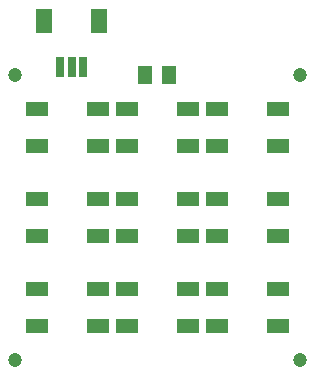
<source format=gbr>
G04 EAGLE Gerber RS-274X export*
G75*
%MOMM*%
%FSLAX34Y34*%
%LPD*%
%INSoldermask Top*%
%IPPOS*%
%AMOC8*
5,1,8,0,0,1.08239X$1,22.5*%
G01*
%ADD10C,1.203200*%
%ADD11R,1.854200X1.203200*%
%ADD12R,1.303200X1.603200*%
%ADD13R,0.803200X1.753200*%
%ADD14R,1.403200X2.003200*%


D10*
X31750Y273050D03*
X31750Y31750D03*
X273050Y31750D03*
X273050Y273050D03*
D11*
X50430Y244600D03*
X101970Y244600D03*
X101970Y212600D03*
X50430Y212600D03*
X178170Y212600D03*
X126630Y212600D03*
X126630Y244600D03*
X178170Y244600D03*
X202830Y244600D03*
X254370Y244600D03*
X254370Y212600D03*
X202830Y212600D03*
X50430Y168400D03*
X101970Y168400D03*
X101970Y136400D03*
X50430Y136400D03*
X178170Y136400D03*
X126630Y136400D03*
X126630Y168400D03*
X178170Y168400D03*
X202830Y168400D03*
X254370Y168400D03*
X254370Y136400D03*
X202830Y136400D03*
X50430Y92200D03*
X101970Y92200D03*
X101970Y60200D03*
X50430Y60200D03*
X178170Y60200D03*
X126630Y60200D03*
X126630Y92200D03*
X178170Y92200D03*
X202830Y92200D03*
X254370Y92200D03*
X254370Y60200D03*
X202830Y60200D03*
D12*
X162400Y273050D03*
X142400Y273050D03*
D13*
X90000Y280000D03*
X80000Y280000D03*
X70000Y280000D03*
D14*
X103000Y318750D03*
X57000Y318750D03*
M02*

</source>
